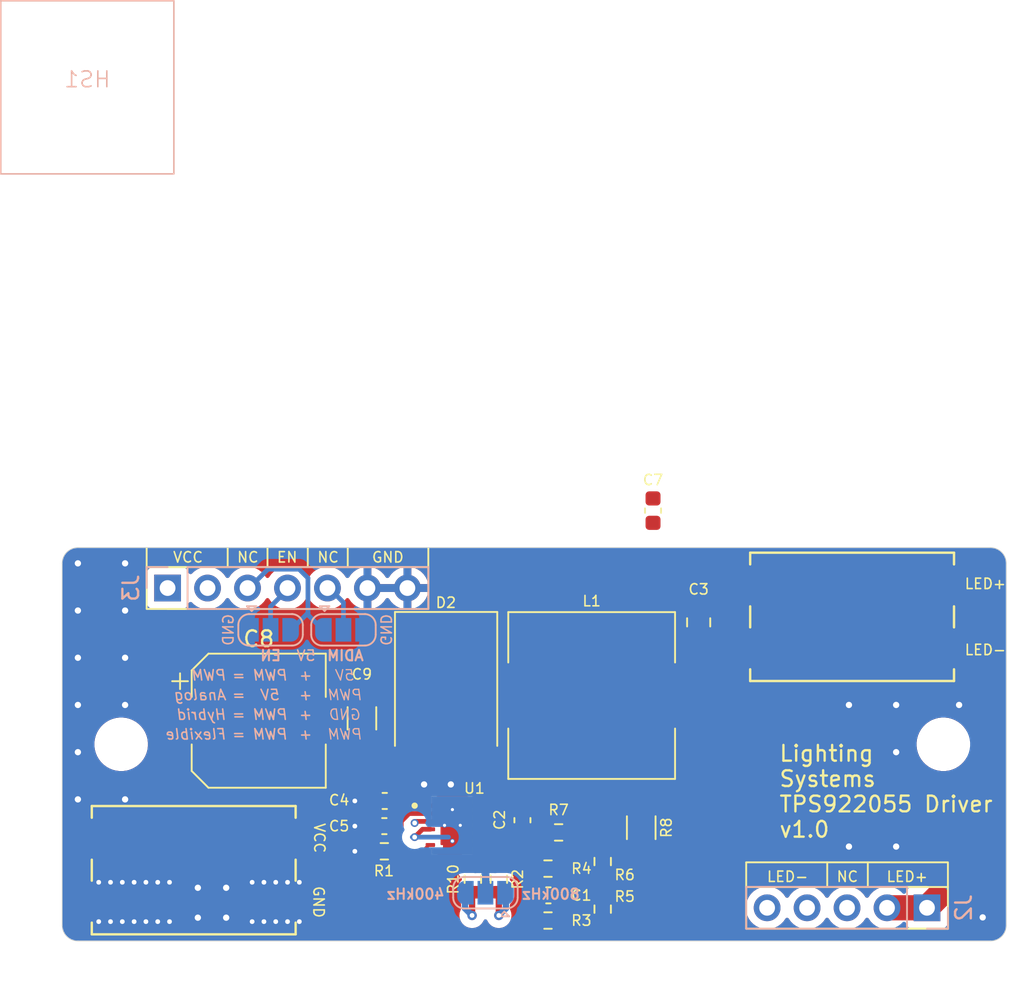
<source format=kicad_pcb>
(kicad_pcb (version 20240108) (generator "pcbnew") (generator_version "8.0")
  (layers (0 "F.Cu" signal) (31 "B.Cu" signal) (34 "B.Paste" user) (35 "F.Paste" user) (36 "B.SilkS" user "B.Silkscreen") (37 "F.SilkS" user "F.Silkscreen") (38 "B.Mask" user) (39 "F.Mask" user) (44 "Edge.Cuts" user))
  (net 0 "")
  (net 1 "LED-")
  (net 2 "LED+")
  (net 4 "ADIM")
  (net 5 "EN")
  (net 6 "5V")
  (net 7 "/COMP2")
  (net 8 "/CSP")
  (net 9 "/CSN")
  (net 10 "/SW")
  (net 11 "/TEMP")
  (net 12 "/FSET")
  (net 13 "/COMP")
  (net 14 "/UVP")
  (net 15 "/VCC")
  (net 16 "GND")
  (net 17 "Net-(JP5-A)")
  (net 18 "Net-(JP5-B)")
  (footprint "Diode_SMD:D_SMC" (layer "F.Cu") (at 152.4 88 -90)
    (property "Reference" "D2" (at -5.5 0.014089 180) (layer "F.SilkS") (effects (font (size 0.66 0.66) (thickness 0.1))))
    (property "Value" "D_Schottky")
    (fp_line (start -4.91 3.25) (end 3.599999 3.25) (stroke (width 0.12)) (layer "F.SilkS"))
    (fp_line (start -4.91 3.25) (end -4.91 -3.25) (stroke (width 0.12)) (layer "F.SilkS"))
    (fp_line (start -4.91 -3.25) (end 3.599999 -3.25) (stroke (width 0.12)) (layer "F.SilkS"))
    (pad "1" smd roundrect (at -3.4 0) (size 3.3 2.5) (layers "F.Cu" "F.Paste" "F.Mask") (roundrect_rratio 0.1) (net 2 "LED+"))
    (pad "2" smd roundrect (at 3.4 0) (size 3.3 2.5) (layers "F.Cu" "F.Paste" "F.Mask") (roundrect_rratio 0.1) (net 10 "/SW"))
  )
  (footprint "Capacitor_SMD:CP_Elec_8x10" (layer "F.Cu") (at 140.492501 89.999998)
    (property "Reference" "C8" (at 0 -5.2 360) (layer "F.SilkS"))
    (property "Value" "47uF")
    (fp_line (start -5.5 -2.51) (end -4.5 -2.510001) (stroke (width 0.12)) (layer "F.SilkS"))
    (fp_line (start -4.999999 -3.01) (end -5 -2.010001) (stroke (width 0.12)) (layer "F.SilkS"))
    (fp_line (start -4.26 -3.195563) (end -4.26 -1.51) (stroke (width 0.12)) (layer "F.SilkS"))
    (fp_line (start -4.26 -3.195563) (end -3.195563 -4.26) (stroke (width 0.12)) (layer "F.SilkS"))
    (fp_line (start -4.26 3.195563) (end -4.26 1.51) (stroke (width 0.12)) (layer "F.SilkS"))
    (fp_line (start -4.26 3.195563) (end -3.195563 4.26) (stroke (width 0.12)) (layer "F.SilkS"))
    (fp_line (start -3.195563 -4.26) (end 4.26 -4.26) (stroke (width 0.12)) (layer "F.SilkS"))
    (fp_line (start -3.195563 4.26) (end 4.26 4.26) (stroke (width 0.12)) (layer "F.SilkS"))
    (fp_line (start 4.26 -4.26) (end 4.26 -1.51) (stroke (width 0.12)) (layer "F.SilkS"))
    (fp_line (start 4.26 4.26) (end 4.26 1.51) (stroke (width 0.12)) (layer "F.SilkS"))
    (pad "1" smd roundrect (at -3.25 0) (size 3.5 2.5) (layers "F.Cu" "F.Paste" "F.Mask") (roundrect_rratio 0.1) (net 2 "LED+"))
    (pad "2" smd roundrect (at 3.25 0) (size 3.5 2.5) (layers "F.Cu" "F.Paste" "F.Mask") (roundrect_rratio 0.1) (net 16 "GND"))
  )
  (footprint "Resistor_SMD:R_0603_1608Metric" (layer "F.Cu") (at 154.1 100.075 -90)
    (property "Reference" "R10" (at 0 1.25 90) (layer "F.SilkS") (effects (font (size 0.66 0.66) (thickness 0.1))))
    (property "Value" "56k")
    (fp_line (start -0.237258 0.5225) (end 0.237258 0.5225) (stroke (width 0.12)) (layer "F.SilkS"))
    (fp_line (start -0.237258 -0.5225) (end 0.237258 -0.5225) (stroke (width 0.12)) (layer "F.SilkS"))
    (pad "1" smd roundrect (at -0.825 0 270) (size 0.8 0.95) (layers "F.Cu" "F.Paste" "F.Mask") (net 12 "/FSET"))
    (pad "2" smd roundrect (at 0.825 0 270) (size 0.8 0.95) (layers "F.Cu" "F.Paste" "F.Mask") (net 18 "Net-(JP5-B)"))
  )
  (footprint "Capacitor_SMD:C_0603_1608Metric" (layer "F.Cu") (at 148.475 96.7)
    (property "Reference" "C5" (at -2.875 0 0) (layer "F.SilkS") (effects (font (size 0.66 0.66) (thickness 0.1))))
    (property "Value" "1uF")
    (fp_line (start -0.140581 -0.51) (end 0.140581 -0.51) (stroke (width 0.12)) (layer "F.SilkS"))
    (fp_line (start -0.140581 0.51) (end 0.140581 0.51) (stroke (width 0.12)) (layer "F.SilkS"))
    (pad "1" smd roundrect (at -0.775 0) (size 0.9 0.95) (layers "F.Cu" "F.Paste" "F.Mask") (net 16 "GND"))
    (pad "2" smd roundrect (at 0.775 0) (size 0.9 0.95) (layers "F.Cu" "F.Paste" "F.Mask") (net 15 "/VCC"))
  )
  (footprint "Resistor_SMD:R_0603_1608Metric" (layer "F.Cu") (at 158.875 99.4)
    (property "Reference" "R4" (at 2.125 0 0) (layer "F.SilkS") (effects (font (size 0.66 0.66) (thickness 0.1))))
    (property "Value" "100R")
    (fp_line (start -0.237258 -0.5225) (end 0.237258 -0.5225) (stroke (width 0.12)) (layer "F.SilkS"))
    (fp_line (start -0.237258 0.5225) (end 0.237258 0.5225) (stroke (width 0.12)) (layer "F.SilkS"))
    (pad "1" smd roundrect (at -0.825 0) (size 0.8 0.95) (layers "F.Cu" "F.Paste" "F.Mask") (net 13 "/COMP"))
    (pad "2" smd roundrect (at 0.825 0) (size 0.8 0.95) (layers "F.Cu" "F.Paste" "F.Mask") (net 7 "/COMP2"))
  )
  (footprint "MHCI:2060-452-998-404 Wago" (layer "F.Cu") (at 178.2 83.4 90)
    (property "Reference" "J1" (hide yes))
    (property "Value" "Conn_01x02")
    (fp_line (start 4.077 -6.477) (end 3.332741 -6.477) (stroke (width 0.1524)) (layer "F.SilkS"))
    (fp_line (start 0.667261 -6.477) (end -0.667261 -6.477) (stroke (width 0.1524)) (layer "F.SilkS"))
    (fp_line (start -3.332741 -6.477) (end -4.077 -6.477) (stroke (width 0.1524)) (layer "F.SilkS"))
    (fp_line (start -4.077 -6.477) (end -4.077 6.477) (stroke (width 0.1524)) (layer "F.SilkS"))
    (fp_line (start 4.077 6.477) (end 4.077 -6.477) (stroke (width 0.1524)) (layer "F.SilkS"))
    (fp_line (start 3.332741 6.477) (end 4.077 6.477) (stroke (width 0.1524)) (layer "F.SilkS"))
    (fp_line (start -0.667261 6.477) (end 0.667261 6.477) (stroke (width 0.1524)) (layer "F.SilkS"))
    (fp_line (start -4.077 6.477) (end -3.332741 6.477) (stroke (width 0.1524)) (layer "F.SilkS"))
    (pad "1" smd rect (at -2.000001 -5.405001 90) (size 2 3.500001) (layers "F.Cu" "F.Paste" "F.Mask") (net 1 "LED-"))
    (pad "1" smd rect (at -2.000001 3.844999 90) (size 2 6) (layers "F.Cu" "F.Paste" "F.Mask") (net 1 "LED-"))
    (pad "2" smd rect (at 2.000001 -5.405001 90) (size 2 3.500001) (layers "F.Cu" "F.Paste" "F.Mask") (net 2 "LED+"))
    (pad "2" smd rect (at 2.000001 3.844999 90) (size 2 6) (layers "F.Cu" "F.Paste" "F.Mask") (net 2 "LED+"))
  )
  (footprint "Resistor_SMD:R_0603_1608Metric" (layer "F.Cu") (at 158.875 102.7 180)
    (property "Reference" "R3" (at -2.125 0 180) (layer "F.SilkS") (effects (font (size 0.66 0.66) (thickness 0.1))))
    (property "Value" "1M0")
    (fp_line (start -0.237258 0.5225) (end 0.237258 0.5225) (stroke (width 0.12)) (layer "F.SilkS"))
    (fp_line (start -0.237258 -0.5225) (end 0.237258 -0.5225) (stroke (width 0.12)) (layer "F.SilkS"))
    (pad "1" smd roundrect (at -0.825 0 180) (size 0.8 0.95) (layers "F.Cu" "F.Paste" "F.Mask") (net 7 "/COMP2"))
    (pad "2" smd roundrect (at 0.825 0 180) (size 0.8 0.95) (layers "F.Cu" "F.Paste" "F.Mask") (net 16 "GND"))
  )
  (footprint "MHCI:SON50P300X300X100-13N" (layer "F.Cu") (at 152.8 96.65)
    (property "Reference" "U1" (at 1.4 -2.35 0) (layer "F.SilkS") (effects (font (size 0.66 0.66) (thickness 0.1))))
    (property "Value" "TPS922052DRRR")
    (fp_circle (center -2.4 -1.25) (end -2.3 -1.25) (stroke (width 0.2)) (fill none) (layer "F.SilkS"))
    (pad "1" smd roundrect (at -1.4 -1.25) (size 0.6 0.25) (layers "F.Cu" "F.Paste") (roundrect_rratio 0.2) (net 2 "LED+"))
    (pad "2" smd roundrect (at -1.4 -0.75) (size 0.6 0.25) (layers "F.Cu" "F.Paste") (roundrect_rratio 0.2) (net 15 "/VCC"))
    (pad "3" smd roundrect (at -1.4 -0.25) (size 0.6 0.25) (layers "F.Cu" "F.Paste") (roundrect_rratio 0.2) (net 4 "ADIM"))
    (pad "4" smd roundrect (at -1.4 0.25) (size 0.6 0.25) (layers "F.Cu" "F.Paste") (roundrect_rratio 0.2) (net 5 "EN"))
    (pad "5" smd roundrect (at -1.4 0.75) (size 0.6 0.25) (layers "F.Cu" "F.Paste") (roundrect_rratio 0.2) (net 16 "GND"))
    (pad "6" smd roundrect (at -1.4 1.25) (size 0.6 0.25) (layers "F.Cu" "F.Paste") (roundrect_rratio 0.2) (net 11 "/TEMP"))
    (pad "7" smd roundrect (at 1.4 1.25) (size 0.6 0.25) (layers "F.Cu" "F.Paste") (roundrect_rratio 0.2) (net 12 "/FSET"))
    (pad "8" smd roundrect (at 1.4 0.75) (size 0.6 0.25) (layers "F.Cu" "F.Paste") (roundrect_rratio 0.2) (net 13 "/COMP"))
    (pad "9" smd roundrect (at 1.4 0.25) (size 0.6 0.25) (layers "F.Cu" "F.Paste") (roundrect_rratio 0.2) (net 14 "/UVP"))
    (pad "10" smd roundrect (at 1.4 -0.25) (size 0.6 0.25) (layers "F.Cu" "F.Paste") (roundrect_rratio 0.2) (net 8 "/CSP"))
    (pad "11" smd roundrect (at 1.4 -0.75) (size 0.6 0.25) (layers "F.Cu" "F.Paste") (roundrect_rratio 0.2) (net 9 "/CSN"))
    (pad "12" smd roundrect (at 1.4 -1.25) (size 0.6 0.25) (layers "F.Cu" "F.Paste") (roundrect_rratio 0.2) (net 10 "/SW"))
    (pad "13" smd custom (at 0 0) (size 0.5 0.5) (layers "F.Cu") (net 16 "GND") (options (clearance outline) (anchor rect)) (primitives (gr_poly (pts (xy -0.7 1.25) (xy 0.7 1.25) (xy 0.703 1.25) (xy 0.705 1.25) (xy 0.708 1.249) (xy 0.71 1.249) (xy 0.713 1.248) (xy 0.715 1.248) (xy 0.718 1.247) (xy 0.72 1.246) (xy 0.723 1.245) (xy 0.725 1.243) (xy 0.727 1.242) (xy 0.729 1.24) (xy 0.731 1.239) (xy 0.733 1.237) (xy 0.735 1.235) (xy 0.737 1.233) (xy 0.739 1.231) (xy 0.74 1.229) (xy 0.742 1.227) (xy 0.743 1.225) (xy 0.745 1.223) (xy 0.746 1.22) (xy 0.747 1.218) (xy 0.748 1.215) (xy 0.748 1.213) (xy 0.749 1.21) (xy 0.749 1.208) (xy 0.75 1.205) (xy 0.75 1.203) (xy 0.75 1.2) (xy 0.75 -1.2) (xy 0.75 -1.203) (xy 0.75 -1.205) (xy 0.749 -1.208) (xy 0.749 -1.21) (xy 0.748 -1.213) (xy 0.748 -1.215) (xy 0.747 -1.218) (xy 0.746 -1.22) (xy 0.745 -1.223) (xy 0.743 -1.225) (xy 0.742 -1.227) (xy 0.74 -1.229) (xy 0.739 -1.231) (xy 0.737 -1.233) (xy 0.735 -1.235) (xy 0.733 -1.237) (xy 0.731 -1.239) (xy 0.729 -1.24) (xy 0.727 -1.242) (xy 0.725 -1.243) (xy 0.723 -1.245) (xy 0.72 -1.246) (xy 0.718 -1.247) (xy 0.715 -1.248) (xy 0.713 -1.248) (xy 0.71 -1.249) (xy 0.708 -1.249) (xy 0.705 -1.25) (xy 0.703 -1.25) (xy 0.7 -1.25) (xy -0.7 -1.25) (xy -0.703 -1.25) (xy -0.705 -1.25) (xy -0.708 -1.249) (xy -0.71 -1.249) (xy -0.713 -1.248) (xy -0.715 -1.248) (xy -0.718 -1.247) (xy -0.72 -1.246) (xy -0.723 -1.245) (xy -0.725 -1.243) (xy -0.727 -1.242) (xy -0.729 -1.24) (xy -0.731 -1.239) (xy -0.733 -1.237) (xy -0.735 -1.235) (xy -0.737 -1.233) (xy -0.739 -1.231) (xy -0.74 -1.229) (xy -0.742 -1.227) (xy -0.743 -1.225) (xy -0.745 -1.223) (xy -0.746 -1.22) (xy -0.747 -1.218) (xy -0.748 -1.215) (xy -0.748 -1.213) (xy -0.749 -1.21) (xy -0.749 -1.208) (xy -0.75 -1.205) (xy -0.75 -1.203) (xy -0.75 -1.2) (xy -0.75 1.2) (xy -0.75 1.203) (xy -0.75 1.205) (xy -0.749 1.208) (xy -0.749 1.21) (xy -0.748 1.213) (xy -0.748 1.215) (xy -0.747 1.218) (xy -0.746 1.22) (xy -0.745 1.223) (xy -0.743 1.225) (xy -0.742 1.227) (xy -0.74 1.229) (xy -0.739 1.231) (xy -0.737 1.233) (xy -0.735 1.235) (xy -0.733 1.237) (xy -0.731 1.239) (xy -0.729 1.24) (xy -0.727 1.242) (xy -0.725 1.243) (xy -0.723 1.245) (xy -0.72 1.246) (xy -0.718 1.247) (xy -0.715 1.248) (xy -0.713 1.248) (xy -0.71 1.249) (xy -0.708 1.249) (xy -0.705 1.25) (xy -0.703 1.25) (xy -0.7 1.25)) (width 0.01) (fill yes))))
    (pad "14" thru_hole circle (at 0 -1) (size 0.3 0.3) (drill 0.2) (layers "*.Cu") (net 16 "GND"))
    (pad "15" thru_hole circle (at 0.5 0) (size 0.3 0.3) (drill 0.2) (layers "*.Cu") (net 16 "GND"))
    (pad "16" thru_hole circle (at 0 1) (size 0.3 0.3) (drill 0.2) (layers "*.Cu") (net 16 "GND"))
    (pad "17" thru_hole circle (at -0.5 0) (size 0.3 0.3) (drill 0.2) (layers "*.Cu") (net 16 "GND"))
  )
  (footprint "Resistor_SMD:R_0603_1608Metric" (layer "F.Cu") (at 148.475 98.3 180)
    (property "Reference" "R1" (at 0.025 -1.25 180) (layer "F.SilkS") (effects (font (size 0.66 0.66) (thickness 0.1))))
    (property "Value" "56k")
    (fp_line (start -0.237258 0.5225) (end 0.237258 0.5225) (stroke (width 0.12)) (layer "F.SilkS"))
    (fp_line (start -0.237258 -0.5225) (end 0.237258 -0.5225) (stroke (width 0.12)) (layer "F.SilkS"))
    (pad "1" smd roundrect (at -0.825 0 180) (size 0.8 0.95) (layers "F.Cu" "F.Paste" "F.Mask") (net 11 "/TEMP"))
    (pad "2" smd roundrect (at 0.825 0 180) (size 0.8 0.95) (layers "F.Cu" "F.Paste" "F.Mask") (net 16 "GND"))
  )
  (footprint "Resistor_SMD:R_0603_1608Metric" (layer "F.Cu") (at 162.35 98.95 -90)
    (property "Reference" "R6" (at 0.85 -1.4 180) (layer "F.SilkS") (effects (font (size 0.66 0.66) (thickness 0.1))))
    (property "Value" "1M0")
    (fp_line (start -0.237258 0.5225) (end 0.237258 0.5225) (stroke (width 0.12)) (layer "F.SilkS"))
    (fp_line (start -0.237258 -0.5225) (end 0.237258 -0.5225) (stroke (width 0.12)) (layer "F.SilkS"))
    (pad "1" smd roundrect (at -0.825 0 270) (size 0.8 0.95) (layers "F.Cu" "F.Paste" "F.Mask") (net 1 "LED-"))
    (pad "2" smd roundrect (at 0.825 0 270) (size 0.8 0.95) (layers "F.Cu" "F.Paste" "F.Mask") (net 14 "/UVP"))
  )
  (footprint "Resistor_SMD:R_0603_1608Metric" (layer "F.Cu") (at 159.55 97.1)
    (property "Reference" "R7" (at 0 -1.43 0) (layer "F.SilkS") (effects (font (size 0.66 0.66) (thickness 0.1))))
    (property "Value" "100R")
    (fp_line (start -0.237258 -0.5225) (end 0.237258 -0.5225) (stroke (width 0.12)) (layer "F.SilkS"))
    (fp_line (start -0.237258 0.5225) (end 0.237258 0.5225) (stroke (width 0.12)) (layer "F.SilkS"))
    (pad "1" smd roundrect (at -0.825 0) (size 0.8 0.95) (layers "F.Cu" "F.Paste" "F.Mask") (net 8 "/CSP"))
    (pad "2" smd roundrect (at 0.825 0) (size 0.8 0.95) (layers "F.Cu" "F.Paste" "F.Mask") (net 1 "LED-"))
  )
  (footprint "MountingHole:MountingHole_3.2mm_M3" (layer "F.Cu") (at 131.75 91.5)
    (property "Reference" "H1" (hide yes))
    (property "Value" "MountingHole")
    (pad "" np_thru_hole circle (at 0 0) (size 3.2 3.2) (drill 3.2) (layers "*.Cu" "*.Mask"))
  )
  (footprint "Capacitor_SMD:C_0603_1608Metric" (layer "F.Cu") (at 157.25 96.325 -90)
    (property "Reference" "C2" (at -0.025001 1.45 270) (layer "F.SilkS") (effects (font (size 0.66 0.66) (thickness 0.1))))
    (property "Value" "1nF")
    (fp_line (start -0.140581 0.51) (end 0.140581 0.51) (stroke (width 0.12)) (layer "F.SilkS"))
    (fp_line (start -0.140581 -0.51) (end 0.140581 -0.51) (stroke (width 0.12)) (layer "F.SilkS"))
    (pad "1" smd roundrect (at -0.775 0 270) (size 0.9 0.95) (layers "F.Cu" "F.Paste" "F.Mask") (net 9 "/CSN"))
    (pad "2" smd roundrect (at 0.775 0 270) (size 0.9 0.95) (layers "F.Cu" "F.Paste" "F.Mask") (net 8 "/CSP"))
  )
  (footprint "Capacitor_SMD:C_0805_2012Metric" (layer "F.Cu") (at 168.45 83.75 -90)
    (property "Reference" "C3" (at -2.1 0 180) (layer "F.SilkS") (effects (font (size 0.66 0.66) (thickness 0.1))))
    (property "Value" "1uF")
    (fp_line (start -0.261253 0.735) (end 0.261253 0.735) (stroke (width 0.12)) (layer "F.SilkS"))
    (fp_line (start -0.261253 -0.735) (end 0.261253 -0.735) (stroke (width 0.12)) (layer "F.SilkS"))
    (pad "1" smd roundrect (at -0.949999 0 270) (size 1 1.45) (layers "F.Cu" "F.Paste" "F.Mask") (net 2 "LED+"))
    (pad "2" smd roundrect (at 0.949999 0 270) (size 1 1.45) (layers "F.Cu" "F.Paste" "F.Mask") (net 1 "LED-"))
  )
  (footprint "Inductor_SMD:L_10.4x10.4_H4.8" (layer "F.Cu") (at 161.65 88.4)
    (property "Reference" "L1" (at 0 -6 0) (layer "F.SilkS") (effects (font (size 0.66 0.66) (thickness 0.1))))
    (property "Value" "22uH")
    (fp_line (start -5.3 -5.3) (end 5.3 -5.3) (stroke (width 0.12)) (layer "F.SilkS"))
    (fp_line (start -5.3 -2.1) (end -5.3 -5.3) (stroke (width 0.12)) (layer "F.SilkS"))
    (fp_line (start -5.3 5.3) (end -5.3 2.1) (stroke (width 0.12)) (layer "F.SilkS"))
    (fp_line (start 5.3 -5.3) (end 5.3 -2.1) (stroke (width 0.12)) (layer "F.SilkS"))
    (fp_line (start 5.3 2.1) (end 5.3 5.3) (stroke (width 0.12)) (layer "F.SilkS"))
    (fp_line (start 5.3 5.3) (end -5.3 5.3) (stroke (width 0.12)) (layer "F.SilkS"))
    (pad "1" smd rect (at -4.15 0) (size 2.7 3.6) (layers "F.Cu" "F.Paste" "F.Mask") (net 10 "/SW"))
    (pad "2" smd rect (at 4.15 0) (size 2.7 3.6) (layers "F.Cu" "F.Paste" "F.Mask") (net 9 "/CSN"))
  )
  (footprint "MHCI:2060-452-998-404 Wago" (layer "F.Cu") (at 136.361 99.499999 -90)
    (property "Reference" "J4" (hide yes))
    (property "Value" "Conn_01x02")
    (fp_line (start -4.077 6.477) (end -3.332741 6.477) (stroke (width 0.1524)) (layer "F.SilkS"))
    (fp_line (start -0.667261 6.477) (end 0.667261 6.477) (stroke (width 0.1524)) (layer "F.SilkS"))
    (fp_line (start 3.332741 6.477) (end 4.077 6.477) (stroke (width 0.1524)) (layer "F.SilkS"))
    (fp_line (start 4.077 6.477) (end 4.077 -6.477) (stroke (width 0.1524)) (layer "F.SilkS"))
    (fp_line (start -4.077 -6.477) (end -4.077 6.477) (stroke (width 0.1524)) (layer "F.SilkS"))
    (fp_line (start -3.332741 -6.477) (end -4.077 -6.477) (stroke (width 0.1524)) (layer "F.SilkS"))
    (fp_line (start 0.667261 -6.477) (end -0.667261 -6.477) (stroke (width 0.1524)) (layer "F.SilkS"))
    (fp_line (start 4.077 -6.477) (end 3.332741 -6.477) (stroke (width 0.1524)) (layer "F.SilkS"))
    (pad "1" smd rect (at -2.000001 -5.405001 270) (size 2 3.500001) (layers "F.Cu" "F.Paste" "F.Mask") (net 2 "LED+"))
    (pad "1" smd rect (at -2.000001 3.844999 270) (size 2 6) (layers "F.Cu" "F.Paste" "F.Mask") (net 2 "LED+"))
    (pad "2" smd rect (at 2.000001 -5.405001 270) (size 2 3.500001) (layers "F.Cu" "F.Paste" "F.Mask") (net 16 "GND"))
    (pad "2" smd rect (at 2.000001 3.844999 270) (size 2 6) (layers "F.Cu" "F.Paste" "F.Mask") (net 16 "GND"))
  )
  (footprint "Capacitor_SMD:C_0603_1608Metric" (layer "F.Cu") (at 148.5 95.1 180)
    (property "Reference" "C4" (at 2.9 0.05 180) (layer "F.SilkS") (effects (font (size 0.66 0.66) (thickness 0.1))))
    (property "Value" "100nF")
    (fp_line (start -0.140581 0.51) (end 0.140581 0.51) (stroke (width 0.12)) (layer "F.SilkS"))
    (fp_line (start -0.140581 -0.51) (end 0.140581 -0.51) (stroke (width 0.12)) (layer "F.SilkS"))
    (pad "1" smd roundrect (at -0.775 0 180) (size 0.9 0.95) (layers "F.Cu" "F.Paste" "F.Mask") (net 2 "LED+"))
    (pad "2" smd roundrect (at 0.775 0 180) (size 0.9 0.95) (layers "F.Cu" "F.Paste" "F.Mask") (net 16 "GND"))
  )
  (footprint "Resistor_SMD:R_0603_1608Metric" (layer "F.Cu") (at 162.35 101.975 -90)
    (property "Reference" "R5" (at -0.800001 -1.4 180) (layer "F.SilkS") (effects (font (size 0.66 0.66) (thickness 0.1))))
    (property "Value" "1M0")
    (fp_line (start -0.237258 0.5225) (end 0.237258 0.5225) (stroke (width 0.12)) (layer "F.SilkS"))
    (fp_line (start -0.237258 -0.5225) (end 0.237258 -0.5225) (stroke (width 0.12)) (layer "F.SilkS"))
    (pad "1" smd roundrect (at -0.825 0 270) (size 0.8 0.95) (layers "F.Cu" "F.Paste" "F.Mask") (net 14 "/UVP"))
    (pad "2" smd roundrect (at 0.825 0 270) (size 0.8 0.95) (layers "F.Cu" "F.Paste" "F.Mask") (net 16 "GND"))
  )
  (footprint "Capacitor_SMD:C_0603_1608Metric" (layer "F.Cu") (at 158.9 101.1 180)
    (property "Reference" "C1" (at -2.1 0 180) (layer "F.SilkS") (effects (font (size 0.66 0.66) (thickness 0.1))))
    (property "Value" "1nF")
    (fp_line (start -0.140581 0.51) (end 0.140581 0.51) (stroke (width 0.12)) (layer "F.SilkS"))
    (fp_line (start -0.140581 -0.51) (end 0.140581 -0.51) (stroke (width 0.12)) (layer "F.SilkS"))
    (pad "1" smd roundrect (at -0.775 0 180) (size 0.9 0.95) (layers "F.Cu" "F.Paste" "F.Mask") (net 7 "/COMP2"))
    (pad "2" smd roundrect (at 0.775 0 180) (size 0.9 0.95) (layers "F.Cu" "F.Paste" "F.Mask") (net 16 "GND"))
  )
  (footprint "Capacitor_SMD:C_1206_3216Metric" (layer "F.Cu") (at 147.05 89.85 -90)
    (property "Reference" "C9" (at -2.800001 -0.000001 180) (layer "F.SilkS") (effects (font (size 0.66 0.66) (thickness 0.1))))
    (property "Value" "4.7uF")
    (fp_line (start -0.711252 0.91) (end 0.711252 0.91) (stroke (width 0.12)) (layer "F.SilkS"))
    (fp_line (start -0.711252 -0.91) (end 0.711252 -0.91) (stroke (width 0.12)) (layer "F.SilkS"))
    (pad "1" smd roundrect (at -1.475001 0 270) (size 1.15 1.8) (layers "F.Cu" "F.Paste" "F.Mask") (roundrect_rratio 0.217391) (net 2 "LED+"))
    (pad "2" smd roundrect (at 1.475001 0 270) (size 1.15 1.8) (layers "F.Cu" "F.Paste" "F.Mask") (roundrect_rratio 0.217391) (net 16 "GND"))
  )
  (footprint "Resistor_SMD:R_0603_1608Metric" (layer "F.Cu") (at 155.75 100.075 -90)
    (property "Reference" "R2" (at 0 -1.2 90) (layer "F.SilkS") (effects (font (size 0.66 0.66) (thickness 0.1))))
    (property "Value" "27k")
    (fp_line (start -0.237258 0.5225) (end 0.237258 0.5225) (stroke (width 0.12)) (layer "F.SilkS"))
    (fp_line (start -0.237258 -0.5225) (end 0.237258 -0.5225) (stroke (width 0.12)) (layer "F.SilkS"))
    (pad "1" smd roundrect (at -0.825 0 270) (size 0.8 0.95) (layers "F.Cu" "F.Paste" "F.Mask") (net 12 "/FSET"))
    (pad "2" smd roundrect (at 0.825 0 270) (size 0.8 0.95) (layers "F.Cu" "F.Paste" "F.Mask") (net 17 "Net-(JP5-A)"))
  )
  (footprint "MountingHole:MountingHole_3.2mm_M3" (layer "F.Cu") (at 184 91.5)
    (property "Reference" "H2" (hide yes))
    (property "Value" "MountingHole")
    (pad "" np_thru_hole circle (at 0 0) (size 3.2 3.2) (drill 3.2) (layers "*.Cu" "*.Mask"))
  )
  (footprint "Resistor_SMD:R_1206_3216Metric" (layer "F.Cu") (at 164.8 96.8 -90)
    (property "Reference" "R8" (at 0 -1.6 90) (layer "F.SilkS") (effects (font (size 0.66 0.66) (thickness 0.1))))
    (property "Value" "0.15R")
    (fp_line (start -0.727064 0.91) (end 0.727064 0.91) (stroke (width 0.12)) (layer "F.SilkS"))
    (fp_line (start -0.727064 -0.91) (end 0.727064 -0.91) (stroke (width 0.12)) (layer "F.SilkS"))
    (pad "1" smd roundrect (at -1.4625 0 270) (size 1.125 1.75) (layers "F.Cu" "F.Paste" "F.Mask") (roundrect_rratio 0.2222222222) (net 9 "/CSN"))
    (pad "2" smd roundrect (at 1.4625 0 270) (size 1.125 1.75) (layers "F.Cu" "F.Paste" "F.Mask") (roundrect_rratio 0.2222222222) (net 1 "LED-"))
  )
  (footprint "Capacitor_SMD:C_0603_1608Metric" (layer "F.Cu") (at 165.55 76.65 -90)
    (property "Reference" "C7" (at -1.95 0 0) (layer "F.SilkS") (effects (font (size 0.66 0.66) (thickness 0.1))))
    (property "Value" "100nF")
    (fp_line (start -0.140581 0.51) (end 0.140581 0.51) (stroke (width 0.12)) (layer "F.SilkS"))
    (fp_line (start -0.140581 -0.51) (end 0.140581 -0.51) (stroke (width 0.12)) (layer "F.SilkS"))
    (pad "1" smd roundrect (at -0.775 0 270) (size 0.9 0.95) (layers "F.Cu" "F.Paste" "F.Mask") (net 2 "LED+"))
    (pad "2" smd roundrect (at 0.775 0 270) (size 0.9 0.95) (layers "F.Cu" "F.Paste" "F.Mask") (net 1 "LED-"))
  )
  (footprint "Connector_PinHeader_2.54mm:PinHeader_1x07_P2.54mm_Vertical" (layer "B.Cu") (at 134.7 81.57 -90)
    (property "Reference" "J3" (at 0 2.33 90) (layer "B.SilkS") (effects (justify mirror)))
    (property "Value" "Conn_01x07")
    (fp_line (start -1.33 1.33) (end -1.33 0) (stroke (width 0.12)) (layer "B.SilkS"))
    (fp_line (start 0 1.33) (end -1.33 1.33) (stroke (width 0.12)) (layer "B.SilkS"))
    (fp_line (start 1.33 -1.270001) (end -1.33 -1.270001) (stroke (width 0.12)) (layer "B.SilkS"))
    (fp_line (start -1.33 -16.569999) (end -1.33 -1.270001) (stroke (width 0.12)) (layer "B.SilkS"))
    (fp_line (start 1.33 -16.569999) (end 1.33 -1.270001) (stroke (width 0.12)) (layer "B.SilkS"))
    (fp_line (start 1.33 -16.569999) (end -1.33 -16.569999) (stroke (width 0.12)) (layer "B.SilkS"))
    (pad "1" thru_hole rect (at 0 0 270) (size 1.7 1.7) (drill 1) (layers "*.Cu" "*.Mask") (net 2 "LED+"))
    (pad "2" thru_hole oval (at 0 -2.54 270) (size 1.7 1.7) (drill 1) (layers "*.Cu" "*.Mask") (net 2 "LED+"))
    (pad "3" thru_hole oval (at 0 -5.079999 270) (size 1.7 1.7) (drill 1) (layers "*.Cu" "*.Mask") (net 6 "5V"))
    (pad "4" thru_hole oval (at 0 -7.62 270) (size 1.7 1.7) (drill 1) (layers "*.Cu" "*.Mask") (net 5 "EN"))
    (pad "5" thru_hole oval (at 0 -10.16 270) (size 1.7 1.7) (drill 1) (layers "*.Cu" "*.Mask") (net 4 "ADIM"))
    (pad "6" thru_hole oval (at 0 -12.7 270) (size 1.7 1.7) (drill 1) (layers "*.Cu" "*.Mask") (net 16 "GND"))
    (pad "7" thru_hole oval (at 0 -15.24 270) (size 1.7 1.7) (drill 1) (layers "*.Cu" "*.Mask") (net 16 "GND"))
  )
  (footprint "Jumper:SolderJumper-3_P1.3mm_Open_RoundedPad1.0x1.5mm" (layer "B.Cu") (at 154.9 100.9325 180)
    (property "Reference" "JP5" (hide yes))
    (property "Value" "Jumper_3_Open")
    (fp_line (start 2.05 -0.3) (end 2.05 0.3) (stroke (width 0.12)) (layer "B.SilkS"))
    (fp_line (start 1.4 1) (end -1.4 1) (stroke (width 0.12)) (layer "B.SilkS"))
    (fp_line (start -0.9 -1.5) (end -1.2 -1.2) (stroke (width 0.12)) (layer "B.SilkS"))
    (fp_line (start -0.9 -1.5) (end -1.5 -1.5) (stroke (width 0.12)) (layer "B.SilkS"))
    (fp_line (start -1.4 -1) (end 1.4 -1) (stroke (width 0.12)) (layer "B.SilkS"))
    (fp_line (start -1.5 -1.5) (end -1.2 -1.2) (stroke (width 0.12)) (layer "B.SilkS"))
    (fp_line (start -2.05 0.3) (end -2.05 -0.3) (stroke (width 0.12)) (layer "B.SilkS"))
    (fp_arc (start 2.05 0.3) (mid 1.844975 0.794975) (end 1.35 1) (stroke (width 0.12)) (layer "B.SilkS"))
    (fp_arc (start 1.35 -1) (mid 1.844975 -0.794975) (end 2.05 -0.3) (stroke (width 0.12)) (layer "B.SilkS"))
    (fp_arc (start -1.35 1) (mid -1.844975 0.794975) (end -2.05 0.3) (stroke (width 0.12)) (layer "B.SilkS"))
    (fp_arc (start -2.05 -0.3) (mid -1.844975 -0.794975) (end -1.35 -1) (stroke (width 0.12)) (layer "B.SilkS"))
    (pad "1" smd custom (at -1.3 0 180) (size 1 0.5) (layers "B.Cu" "B.Mask") (net 17 "Net-(JP5-A)") (options (clearance outline) (anchor rect)) (primitives (gr_circle (center 0 -0.25) (end 0.5 -0.25) (width 0) (fill yes)) (gr_circle (center 0 0.25) (end 0.5 0.25) (width 0) (fill yes)) (gr_poly (pts (xy 0.55 -0.75) (xy 0 -0.75) (xy 0 0.75) (xy 0.55 0.75)) (width 0) (fill yes))))
    (pad "2" smd rect (at 0 0 180) (size 1 1.5) (layers "B.Cu" "B.Mask") (net 16 "GND"))
    (pad "3" smd custom (at 1.3 0 180) (size 1 0.5) (layers "B.Cu" "B.Mask") (net 18 "Net-(JP5-B)") (options (clearance outline) (anchor rect)) (primitives (gr_circle (center 0 -0.25) (end 0.5 -0.25) (width 0) (fill yes)) (gr_circle (center 0 0.25) (end 0.5 0.25) (width 0) (fill yes)) (gr_poly (pts (xy 0 -0.75) (xy -0.55 -0.75) (xy -0.55 0.75) (xy 0 0.75)) (width 0) (fill yes))))
  )
  (footprint "Jumper:SolderJumper-3_P1.3mm_Open_RoundedPad1.0x1.5mm" (layer "B.Cu") (at 145.8768 84.2264)
    (property "Reference" "JP2" (hide yes))
    (property "Value" "Jumper_3_Open")
    (fp_line (start -2.05 0.3) (end -2.05 -0.3) (stroke (width 0.12)) (layer "B.SilkS"))
    (fp_line (start -1.5 -1.5) (end -1.2 -1.2) (stroke (width 0.12)) (layer "B.SilkS"))
    (fp_line (start -1.4 -1) (end 1.4 -1) (stroke (width 0.12)) (layer "B.SilkS"))
    (fp_line (start -0.9 -1.5) (end -1.5 -1.5) (stroke (width 0.12)) (layer "B.SilkS"))
    (fp_line (start -0.9 -1.5) (end -1.2 -1.2) (stroke (width 0.12)) (layer "B.SilkS"))
    (fp_line (start 1.4 1) (end -1.4 1) (stroke (width 0.12)) (layer "B.SilkS"))
    (fp_line (start 2.05 -0.3) (end 2.05 0.3) (stroke (width 0.12)) (layer "B.SilkS"))
    (fp_arc (start -2.05 -0.3) (mid -1.844975 -0.794975) (end -1.35 -1) (stroke (width 0.12)) (layer "B.SilkS"))
    (fp_arc (start -1.35 1) (mid -1.844975 0.794975) (end -2.05 0.3) (stroke (width 0.12)) (layer "B.SilkS"))
    (fp_arc (start 1.35 -1) (mid 1.844975 -0.794975) (end 2.05 -0.3) (stroke (width 0.12)) (layer "B.SilkS"))
    (fp_arc (start 2.05 0.3) (mid 1.844975 0.794975) (end 1.35 1) (stroke (width 0.12)) (layer "B.SilkS"))
    (pad "1" smd custom (at -1.3 0) (size 1 0.5) (layers "B.Cu" "B.Mask") (net 6 "5V") (options (clearance outline) (anchor rect)) (primitives (gr_circle (center 0 -0.25) (end 0.5 -0.25) (width 0) (fill yes)) (gr_circle (center 0 0.25) (end 0.5 0.25) (width 0) (fill yes)) (gr_poly (pts (xy 0.55 -0.75) (xy 0 -0.75) (xy 0 0.75) (xy 0.55 0.75)) (width 0) (fill yes))))
    (pad "2" smd rect (at 0 0) (size 1 1.5) (layers "B.Cu" "B.Mask") (net 4 "ADIM"))
    (pad "3" smd custom (at 1.3 0) (size 1 0.5) (layers "B.Cu" "B.Mask") (net 16 "GND") (options (clearance outline) (anchor rect)) (primitives (gr_circle (center 0 -0.25) (end 0.5 -0.25) (width 0) (fill yes)) (gr_circle (center 0 0.25) (end 0.5 0.25) (width 0) (fill yes)) (gr_poly (pts (xy 0 -0.75) (xy -0.55 -0.75) (xy -0.55 0.75) (xy 0 0.75)) (width 0) (fill yes))))
  )
  (footprint "Jumper:SolderJumper-3_P1.3mm_Open_RoundedPad1.0x1.5mm" (layer "B.Cu") (at 141.2448 84.2264)
    (property "Reference" "JP1" (hide yes))
    (property "Value" "Jumper_3_Open")
    (fp_line (start -2.05 0.3) (end -2.05 -0.3) (stroke (width 0.12)) (layer "B.SilkS"))
    (fp_line (start -1.5 -1.5) (end -1.2 -1.2) (stroke (width 0.12)) (layer "B.SilkS"))
    (fp_line (start -1.4 -1) (end 1.4 -1) (stroke (width 0.12)) (layer "B.SilkS"))
    (fp_line (start -0.9 -1.5) (end -1.5 -1.5) (stroke (width 0.12)) (layer "B.SilkS"))
    (fp_line (start -0.9 -1.5) (end -1.2 -1.2) (stroke (width 0.12)) (layer "B.SilkS"))
    (fp_line (start 1.4 1) (end -1.4 1) (stroke (width 0.12)) (layer "B.SilkS"))
    (fp_line (start 2.05 -0.3) (end 2.05 0.3) (stroke (width 0.12)) (layer "B.SilkS"))
    (fp_arc (start -2.05 -0.3) (mid -1.844975 -0.794975) (end -1.35 -1) (stroke (width 0.12)) (layer "B.SilkS"))
    (fp_arc (start -1.35 1) (mid -1.844975 0.794975) (end -2.05 0.3) (stroke (width 0.12)) (layer "B.SilkS"))
    (fp_arc (start 1.35 -1) (mid 1.844975 -0.794975) (end 2.05 -0.3) (stroke (width 0.12)) (layer "B.SilkS"))
    (fp_arc (start 2.05 0.3) (mid 1.844975 0.794975) (end 1.35 1) (stroke (width 0.12)) (layer "B.SilkS"))
    (pad "1" smd custom (at -1.3 0) (size 1 0.5) (layers "B.Cu" "B.Mask") (net 16 "GND") (options (clearance outline) (anchor rect)) (primitives (gr_circle (center 0 -0.25) (end 0.5 -0.25) (width 0) (fill yes)) (gr_circle (center 0 0.25) (end 0.5 0.25) (width 0) (fill yes)) (gr_poly (pts (xy 0.55 -0.75) (xy 0 -0.75) (xy 0 0.75) (xy 0.55 0.75)) (width 0) (fill yes))))
    (pad "2" smd rect (at 0 0) (size 1 1.5) (layers "B.Cu" "B.Mask") (net 5 "EN"))
    (pad "3" smd custom (at 1.3 0) (size 1 0.5) (layers "B.Cu" "B.Mask") (net 6 "5V") (options (clearance outline) (anchor rect)) (primitives (gr_circle (center 0 -0.25) (end 0.5 -0.25) (width 0) (fill yes)) (gr_circle (center 0 0.25) (end 0.5 0.25) (width 0) (fill yes)) (gr_poly (pts (xy 0 -0.75) (xy -0.55 -0.75) (xy -0.55 0.75) (xy 0 0.75)) (width 0) (fill yes))))
  )
  (footprint "Connector_PinHeader_2.54mm:PinHeader_1x05_P2.54mm_Vertical" (layer "B.Cu") (at 182.96 101.89 90)
    (property "Reference" "J2" (at 0 2.33 -90) (layer "B.SilkS") (effects (justify mirror)))
    (property "Value" "Conn_01x05")
    (fp_line (start 1.33 -11.49) (end -1.33 -11.49) (stroke (width 0.12)) (layer "B.SilkS"))
    (fp_line (start 1.33 -11.49) (end 1.33 -1.270001) (stroke (width 0.12)) (layer "B.SilkS"))
    (fp_line (start -1.33 -11.49) (end -1.33 -1.270001) (stroke (width 0.12)) (layer "B.SilkS"))
    (fp_line (start 1.33 -1.270001) (end -1.33 -1.270001) (stroke (width 0.12)) (layer "B.SilkS"))
    (fp_line (start 0 1.33) (end -1.33 1.33) (stroke (width 0.12)) (layer "B.SilkS"))
    (fp_line (start -1.33 1.33) (end -1.33 0) (stroke (width 0.12)) (layer "B.SilkS"))
    (pad "1" thru_hole rect (at 0 0 90) (size 1.7 1.7) (drill 1) (layers "*.Cu" "*.Mask") (net 2 "LED+"))
    (pad "2" thru_hole oval (at 0 -2.54 90) (size 1.7 1.7) (drill 1) (layers "*.Cu" "*.Mask") (net 2 "LED+"))
    (pad "3" thru_hole oval (at 0 -5.079999 90) (size 1.7 1.7) (drill 1) (layers "*.Cu" "*.Mask"))
    (pad "4" thru_hole oval (at 0 -7.62 90) (size 1.7 1.7) (drill 1) (layers "*.Cu" "*.Mask") (net 1 "LED-"))
    (pad "5" thru_hole oval (at 0 -10.16 90) (size 1.7 1.7) (drill 1) (layers "*.Cu" "*.Mask") (net 1 "LED-"))
  )
  (footprint "MHCI:HSB02-101007" (layer "B.Cu") (at 129.6 49.75 180)
    (property "Reference" "HS1" (at 0 0.5 0) (layer "B.SilkS") (effects (font (thickness 0.1)) (justify mirror)))
    (property "Value" "Heatsink")
    (fp_rect (start 5.5 -5.5) (end -5.5 5.5) (stroke (width 0.1)) (fill none) (layer "B.SilkS"))
  )
  (gr_line (start 151.27 80.25) (end 151.27 79.05) (stroke (width 0.12)) (layer "F.SilkS"))
  (gr_rect (start 171.47 100.57) (end 184.29 103.22) (stroke (width 0.12)) (fill none) (layer "F.SilkS"))
  (gr_line (start 184.29 103.22) (end 184.29 101.89) (stroke (width 0.12)) (layer "F.SilkS"))
  (gr_line (start 176.62 100.56) (end 176.62 99) (stroke (width 0.12)) (layer "F.SilkS"))
  (gr_line (start 181.69 103.22) (end 184.29 103.22) (stroke (width 0.12)) (layer "F.SilkS"))
  (gr_line (start 181.69 100.56) (end 182.96 100.56) (stroke (width 0.12)) (layer "F.SilkS"))
  (gr_line (start 171.47 100.57) (end 171.47 99.01) (stroke (width 0.12)) (layer "F.SilkS"))
  (gr_line (start 146.15 80.24) (end 146.15 79.04) (stroke (width 0.12)) (layer "F.SilkS"))
  (gr_line (start 133.37 80.24) (end 133.37 79.04) (stroke (width 0.12)) (layer "F.SilkS"))
  (gr_line (start 143.61 80.24) (end 143.61 79.04) (stroke (width 0.12)) (layer "F.SilkS"))
  (gr_rect (start 133.37 80.24) (end 151.27 82.9) (stroke (width 0.12)) (fill none) (layer "F.SilkS"))
  (gr_line (start 138.52 80.24) (end 138.52 79.04) (stroke (width 0.12)) (layer "F.SilkS"))
  (gr_line (start 184.29 100.56) (end 184.29 99) (stroke (width 0.12)) (layer "F.SilkS"))
  (gr_line (start 179.2 100.56) (end 179.2 99) (stroke (width 0.12)) (layer "F.SilkS"))
  (gr_line (start 135.97 80.24) (end 133.37 80.24) (stroke (width 0.12)) (layer "F.SilkS"))
  (gr_line (start 184.26 99) (end 171.47 99) (stroke (width 0.12)) (layer "F.SilkS"))
  (gr_line (start 134.7 82.9) (end 135.97 82.9) (stroke (width 0.12)) (layer "F.SilkS"))
  (gr_line (start 141.05 80.24) (end 141.05 79.04) (stroke (width 0.12)) (layer "F.SilkS"))
  (gr_line (start 133.37 80.24) (end 133.37 81.57) (stroke (width 0.12)) (layer "F.SilkS"))
  (gr_line (start 128 80) (end 128 103) (stroke (width 0.05)) (layer "Edge.Cuts"))
  (gr_line (start 188 80) (end 188 103) (stroke (width 0.05)) (layer "Edge.Cuts"))
  (gr_line (start 187 79) (end 129 79) (stroke (width 0.05)) (layer "Edge.Cuts"))
  (gr_line (start 129 104) (end 187 104) (stroke (width 0.05)) (layer "Edge.Cuts"))
  (gr_arc (start 188 103) (mid 187.707107 103.707107) (end 187 104) (stroke (width 0.05)) (layer "Edge.Cuts"))
  (gr_arc (start 129 104) (mid 128.292893 103.707107) (end 128 103) (stroke (width 0.05)) (layer "Edge.Cuts"))
  (gr_arc (start 187 79) (mid 187.707107 79.292893) (end 188 80) (stroke (width 0.05)) (layer "Edge.Cuts"))
  (gr_arc (start 128 80) (mid 128.292893 79.292893) (end 129 79) (stroke (width 0.05)) (layer "Edge.Cuts"))
  (gr_text "+" (at 143.5 87.5 0) (layer "B.SilkS") (effects (font (size 0.66 0.66) (thickness 0.1) (italic yes)) (justify bottom mirror)))
  (gr_text "GND" (at 138.9448 84.2264 90) (layer "B.SilkS") (effects (font (size 0.66 0.66) (thickness 0.1)) (justify bottom mirror)))
  (gr_text "5V" (at 146 87.5 0) (layer "B.SilkS") (effects (font (size 0.66 0.66) (thickness 0.0825) (italic yes)) (justify bottom mirror)))
  (gr_text "PWM" (at 146 91.25 0) (layer "B.SilkS") (effects (font (size 0.66 0.66) (thickness 0.0825) (italic yes)) (justify bottom mirror)))
  (gr_text "PWM" (at 141.25 87.5 0) (layer "B.SilkS") (effects (font (size 0.66 0.66) (thickness 0.1) (italic yes)) (justify bottom mirror)))
  (gr_text "EN" (at 141.25 86.25 0) (layer "B.SilkS") (effects (font (size 0.66 0.66) (thickness 0.132) (bold yes)) (justify bottom mirror)))
  (gr_text "+" (at 143.5 91.25 0) (layer "B.SilkS") (effects (font (size 0.66 0.66) (thickness 0.1) (italic yes)) (justify bottom mirror)))
  (gr_text "PWM" (at 141.25 91.25 0) (layer "B.SilkS") (effects (font (size 0.66 0.66) (thickness 0.1) (italic yes)) (justify bottom mirror)))
  (gr_text "PWM" (at 138.5 87.5 0) (layer "B.SilkS") (effects (font (size 0.66 0.66) (thickness 0.1) (italic yes)) (justify left bottom mirror)))
  (gr_text "Analog" (at 138.5 88.75 0) (layer "B.SilkS") (effects (font (size 0.66 0.66) (thickness 0.1) (italic yes)) (justify left bottom mirror)))
  (gr_text "5V" (at 143.5 86.249998 0) (layer "B.SilkS") (effects (font (size 0.66 0.66) (thickness 0.1)) (justify bottom mirror)))
  (gr_text "GND" (at 146 90 0) (layer "B.SilkS") (effects (font (size 0.66 0.66) (thickness 0.0825) (italic yes)) (justify bottom mirror)))
  (gr_text "Hybrid" (at 138.5 90 0) (layer "B.SilkS") (effects (font (size 0.66 0.66) (thickness 0.1) (italic yes)) (justify left bottom mirror)))
  (gr_text "400kHz" (at 148.55 101.025 0) (layer "B.SilkS") (effects (font (size 0.66 0.66) (thickness 0.132) (bold yes)) (justify right mirror)))
  (gr_text "PWM" (at 146 88.75 0) (layer "B.SilkS") (effects (font (size 0.66 0.66) (thickness 0.0825) (italic yes)) (justify bottom mirror)))
  (gr_text "ADIM" (at 146 86.25 0) (layer "B.SilkS") (effects (font (size 0.66 0.66) (thickness 0.132) (bold yes)) (justify bottom mirror)))
  (gr_text "+" (at 143.5 88.75 0) (layer "B.SilkS") (effects (font (size 0.66 0.66) (thickness 0.1) (italic yes)) (justify bottom mirror)))
  (gr_text "=" (at 139.25 91.25 0) (layer "B.SilkS") (effects (font (size 0.66 0.66) (thickness 0.1) (italic yes)) (justify bottom mirror)))
  (gr_text "GND" (at 148.1768 84.2264 -90) (layer "B.SilkS") (effects (font (size 0.66 0.66) (thickness 0.1)) (justify bottom mirror)))
  (gr_text "=" (at 139.25 87.5 0) (layer "B.SilkS") (effects (font (size 0.66 0.66) (thickness 0.1) (italic yes)) (justify bottom mirror)))
  (gr_text "=" (at 139.25 88.75 0) (layer "B.SilkS") (effects (font (size 0.66 0.66) (thickness 0.1) (italic yes)) (justify bottom mirror)))
  (gr_text "PWM" (at 141.25 90 0) (layer "B.SilkS") (effects (font (size 0.66 0.66) (thickness 0.1) (italic yes)) (justify bottom mirror)))
  (gr_text "Flexible" (at 138.5 91.25 0) (layer "B.SilkS") (effects (font (size 0.66 0.66) (thickness 0.1) (italic yes)) (justify left bottom mirror)))
  (gr_text "+" (at 143.5 90 0) (layer "B.SilkS") (effects (font (size 0.66 0.66) (thickness 0.1) (italic yes)) (justify bottom mirror)))
  (gr_text "=" (at 139.25 90 0) (layer "B.SilkS") (effects (font (size 0.66 0.66) (thickness 0.1) (italic yes)) (justify bottom mirror)))
  (gr_text "800kHz" (at 160.96943 101.025002 0) (layer "B.SilkS") (effects (font (size 0.66 0.66) (thickness 0.132) (bold yes)) (justify left mirror)))
  (gr_text "5V" (at 141.25 88.75 0) (layer "B.SilkS") (effects (font (size 0.66 0.66) (thickness 0.1) (italic yes)) (justify bottom mirror)))
  (gr_text "NC" (at 144.9 80 0) (layer "F.SilkS") (effects (font (size 0.66 0.66) (thickness 0.1)) (justify bottom)))
  (gr_text "NC" (at 139.8 80 0) (layer "F.SilkS") (effects (font (size 0.66 0.66) (thickness 0.1)) (justify bottom)))
  (gr_text "Lighting\nSystems\nTPS922055 Driver\nv1.0" (at 173.5 97.5 0) (layer "F.SilkS") (effects (font (size 1 1)) (justify left bottom)))
  (gr_text "LED+" (at 181.7 100.3 0) (layer "F.SilkS") (effects (font (size 0.66 0.66) (thickness 0.1)) (justify bottom)))
  (gr_text "LED+" (at 185.3 81.3 0) (layer "F.SilkS") (effects (font (size 0.66 0.66) (thickness 0.1)) (justify left)))
  (gr_text "LED-" (at 174.1 100.3 0) (layer "F.SilkS") (effects (font (size 0.66 0.66) (thickness 0.1)) (justify bottom)))
  (gr_text "EN" (at 142.3 80 0) (layer "F.SilkS") (effects (font (size 0.66 0.66) (thickness 0.1)) (justify bottom)))
  (gr_text "VCC" (at 144.35 96.45 -90) (layer "F.SilkS") (effects (font (size 0.66 0.66) (thickness 0.1)) (justify left)))
  (gr_text "VCC" (at 136 80 0) (layer "F.SilkS") (effects (font (size 0.66 0.66) (thickness 0.1)) (justify bottom)))
  (gr_text "NC" (at 177.9 100.3 0) (layer "F.SilkS") (effects (font (size 0.66 0.66) (thickness 0.1)) (justify bottom)))
  (gr_text "GND" (at 144.3 100.45 -90) (layer "F.SilkS") (effects (font (size 0.66 0.66) (thickness 0.1)) (justify left)))
  (gr_text "GND" (at 148.7 80 0) (layer "F.SilkS") (effects (font (size 0.66 0.66) (thickness 0.1)) (justify bottom)))
  (gr_text "LED-" (at 185.3 85.5 0) (layer "F.SilkS") (effects (font (size 0.66 0.66) (thickness 0.1)) (justify left)))
  (segment (start 182.044999 85.400001) (end 172.794999 85.400001) (width 2) (layer "F.Cu") (net 1))
  (segment (start 185.549999 81.399999) (end 182.044999 81.399999) (width 1.6) (layer "F.Cu") (net 2))
  (segment (start 187 82.85) (end 185.549999 81.399999) (width 1.6) (layer "F.Cu") (net 2))
  (segment (start 151.4 95.4) (end 149.575 95.4) (width 0.3) (layer "F.Cu") (net 2))
  (segment (start 132.516001 97.499998) (end 141.766001 97.499998) (width 2) (layer "F.Cu") (net 2))
  (segment (start 182.96 101.89) (end 187 97.85) (width 1.6) (layer "F.Cu") (net 2))
  (segment (start 180.42 101.89) (end 182.96 101.89) (width 1.6) (layer "F.Cu") (net 2))
  (segment (start 149.575 95.4) (end 149.275 95.1) (width 0.3) (layer "F.Cu") (net 2))
  (segment (start 182.044999 81.399999) (end 172.794999 81.399999) (width 2) (layer "F.Cu") (net 2))
  (segment (start 187 97.85) (end 187 82.85) (width 1.6) (layer "F.Cu") (net 2))
  (segment (start 150.5 96.4) (end 151.4 96.4) (width 0.3) (layer "F.Cu") (net 4))
  (segment (start 150.4 96.5) (end 150.5 96.4) (width 0.3) (layer "F.Cu") (net 4))
  (via (at 150.4 96.5) (size 0.5) (drill 0.3) (layers "F.Cu" "B.Cu") (net 4))
  (segment (start 144.96 81.57) (end 145.8768 82.4868) (width 0.3) (layer "B.Cu") (net 4))
  (segment (start 145.8768 82.4868) (end 145.8768 84.2264) (width 0.3) (layer "B.Cu") (net 4))
  (segment (start 150.4 97.4) (end 150.9 96.9) (width 0.3) (layer "F.Cu") (net 5))
  (segment (start 150.9 96.9) (end 151.4 96.9) (width 0.3) (layer "F.Cu") (net 5))
  (via (at 150.4 97.4) (size 0.5) (drill 0.3) (layers "F.Cu" "B.Cu") (net 5))
  (segment (start 141.2448 82.7452) (end 141.2448 84.2264) (width 0.3) (layer "B.Cu") (net 5))
  (segment (start 150.25 97.4) (end 152.55 97.4) (width 0.3) (layer "B.Cu") (net 5))
  (segment (start 142.42 81.57) (end 141.2448 82.7452) (width 0.3) (layer "B.Cu") (net 5))
  (segment (start 144.5768 84.2264) (end 143.62 83.2696) (width 0.3) (layer "B.Cu") (net 6))
  (segment (start 143.62 80.9328) (end 143.0572 80.37) (width 0.3) (layer "B.Cu") (net 6))
  (segment (start 143.62 83.1512) (end 143.62 80.9328) (width 0.3) (layer "B.Cu") (net 6))
  (segment (start 143.62 83.2696) (end 143.62 83.1512) (width 0.3) (layer "B.Cu") (net 6))
  (segment (start 142.5448 84.2264) (end 143.62 83.1512) (width 0.3) (layer "B.Cu") (net 6))
  (segment (start 141.079999 80.37) (end 139.879999 81.57) (width 0.3) (layer "B.Cu") (net 6))
  (segment (start 143.0572 80.37) (end 141.079999 80.37) (width 0.3) (layer "B.Cu") (net 6))
  (segment (start 159.7 99.4) (end 159.7 101.075) (width 0.3) (layer "F.Cu") (net 7))
  (segment (start 159.675 101.1) (end 159.675 102.675) (width 0.3) (layer "F.Cu") (net 7))
  (segment (start 154.2 96.4) (end 156.55 96.4) (width 0.2) (layer "F.Cu") (net 8))
  (segment (start 158.725 97.1) (end 157.25 97.1) (width 0.6) (layer "F.Cu") (net 8))
  (segment (start 156.55 96.4) (end 157.25 97.1) (width 0.2) (layer "F.Cu") (net 8))
  (segment (start 154.2 95.9) (end 156.9 95.9) (width 0.2) (layer "F.Cu") (net 9))
  (segment (start 164.8 95.3375) (end 164.5875 95.55) (width 0.6) (layer "F.Cu") (net 9))
  (segment (start 156.9 95.9) (end 157.25 95.55) (width 0.2) (layer "F.Cu") (net 9))
  (segment (start 151.3 97.9) (end 150.9 98.3) (width 0.2) (layer "F.Cu") (net 11))
  (segment (start 151.4 97.9) (end 151.3 97.9) (width 0.2) (layer "F.Cu") (net 11))
  (segment (start 150.9 98.3) (end 149.3 98.3) (width 0.2) (layer "F.Cu") (net 11))
  (segment (start 154.2 97.9) (end 155.55 99.25) (width 0.2) (layer "F.Cu") (net 12))
  (segment (start 155.55 99.25) (end 155.75 99.25) (width 0.2) (layer "F.Cu") (net 12))
  (segment (start 154.2 97.9) (end 154.2 99.15) (width 0.2) (layer "F.Cu") (net 12))
  (segment (start 156.075 99.35) (end 156.1 99.35) (width 0.2) (layer "F.Cu") (net 12))
  (segment (start 154.2 99.15) (end 154.1 99.25) (width 0.2) (layer "F.Cu") (net 12))
  (segment (start 154.2 97.4) (end 155.35 97.4) (width 0.2) (layer "F.Cu") (net 13))
  (segment (start 155.35 97.4) (end 157.35 99.4) (width 0.2) (layer "F.Cu") (net 13))
  (segment (start 157.35 99.4) (end 158.05 99.4) (width 0.2) (layer "F.Cu") (net 13))
  (segment (start 162.35 99.775) (end 162.35 101.15) (width 0.6) (layer "F.Cu") (net 14))
  (segment (start 155.7 96.9) (end 157.1 98.3) (width 0.2) (layer "F.Cu") (net 14))
  (segment (start 154.2 96.9) (end 155.7 96.9) (width 0.2) (layer "F.Cu") (net 14))
  (segment (start 150.05 95.9) (end 149.25 96.7) (width 0.3) (layer "F.Cu") (net 15))
  (segment (start 151.4 95.9) (end 150.05 95.9) (width 0.3) (layer "F.Cu") (net 15))
  (segment (start 158.125 101.1) (end 158.125 102.625) (width 0.6) (layer "F.Cu") (net 16))
  (segment (start 158.125 102.625) (end 158.05 102.7) (width 0.6) (layer "F.Cu") (net 16))
  (via (at 142.3232 102.7684) (size 0.5) (drill 0.3) (layers "F.Cu" "B.Cu") (net 16))
  (via (at 140.8232 100.2684) (size 0.5) (drill 0.3) (layers "F.Cu" "B.Cu") (net 16))
  (via (at 132 80) (size 0.9) (drill 0.4) (layers "F.Cu" "B.Cu") (net 16))
  (via (at 146.6 98.3) (size 0.5) (drill 0.3) (layers "F.Cu" "B.Cu") (net 16))
  (via (at 131.0732 102.7684) (size 0.5) (drill 0.3) (layers "F.Cu" "B.Cu") (net 16))
  (via (at 136.6232 100.6184) (size 0.9) (drill 0.4) (layers "F.Cu" "B.Cu") (net 16))
  (via (at 152.7 94.05) (size 0.9) (drill 0.4) (layers "F.Cu" "B.Cu") (net 16))
  (via (at 133.3232 100.2684) (size 0.5) (drill 0.3) (layers "F.Cu" "B.Cu") (net 16))
  (via (at 129 89) (size 0.9) (drill 0.4) (layers "F.Cu" "B.Cu") (net 16))
  (via (at 142.3232 100.2684) (size 0.5) (drill 0.3) (layers "F.Cu" "B.Cu") (net 16))
  (via (at 134.0732 102.7684) (size 0.5) (drill 0.3) (layers "F.Cu" "B.Cu") (net 16))
  (via (at 132.5732 100.2684) (size 0.5) (drill 0.3) (layers "F.Cu" "B.Cu") (net 16))
  (via (at 143.0732 100.2684) (size 0.5) (drill 0.3) (layers "F.Cu" "B.Cu") (net 16))
  (via (at 178 98) (size 0.9) (drill 0.4) (layers "F.Cu" "B.Cu") (net 16))
  (via (at 131.8232 100.2684) (size 0.5) (drill 0.3) (layers "F.Cu" "B.Cu") (net 16))
  (via (at 143.0732 102.7684) (size 0.5) (drill 0.3) (layers "F.Cu" "B.Cu") (net 16))
  (via (at 141.5732 100.2684) (size 0.5) (drill 0.3) (layers "F.Cu" "B.Cu") (net 16))
  (via (at 186.5 102.5) (size 0.9) (drill 0.4) (layers "F.Cu" "B.Cu") (net 16))
  (via (at 134.8232 102.7684) (size 0.5) (drill 0.3) (layers "F.Cu" "B.Cu") (net 16))
  (via (at 151 94.05) (size 0.9) (drill 0.4) (layers "F.Cu" "B.Cu") (net 16))
  (via (at 129 86) (size 0.9) (drill 0.4) (layers "F.Cu" "B.Cu") (net 16))
  (via (at 129 83) (size 0.9) (drill 0.4) (layers "F.Cu" "B.Cu") (net 16))
  (via (at 178 89) (size 0.9) (drill 0.4) (layers "F.Cu" "B.Cu") (net 16))
  (via (at 140.0732 100.2684) (size 0.5) (drill 0.3) (layers "F.Cu" "B.Cu") (net 16))
  (via (at 181 89) (size 0.9) (drill 0.4) (layers "F.Cu" "B.Cu") (net 16))
  (via (at 132.5732 102.7684) (size 0.5) (drill 0.3) (layers "F.Cu" "B.Cu") (net 16))
  (via (at 140.8232 102.7684) (size 0.5) (drill 0.3) (layers "F.Cu" "B.Cu") (net 16))
  (via (at 130.3232 100.2684) (size 0.5) (drill 0.3) (layers "F.Cu" "B.Cu") (net 16))
  (via (at 129 92) (size 0.9) (drill 0.4) (layers "F.Cu" "B.Cu") (net 16))
  (via (at 138.4232 100.6184) (size 0.9) (drill 0.4) (layers "F.Cu" "B.Cu") (net 16))
  (via (at 181 92) (size 0.9) (drill 0.4) (layers "F.Cu" "B.Cu") (net 16))
  (via (at 134.8232 100.2684) (size 0.5) (drill 0.3) (layers "F.Cu" "B.Cu") (net 16))
  (via (at 133.3232 102.7684) (size 0.5) (drill 0.3) (layers "F.Cu" "B.Cu") (net 16))
  (via (at 131.0732 100.2684) (size 0.5) (drill 0.3) (layers "F.Cu" "B.Cu") (net 16))
  (via (at 141.5732 102.7684) (size 0.5) (drill 0.3) (layers "F.Cu" "B.Cu") (net 16))
  (via (at 131.8232 102.7684) (size 0.5) (drill 0.3) (layers "F.Cu" "B.Cu") (net 16))
  (via (at 185 89) (size 0.9) (drill 0.4) (layers "F.Cu" "B.Cu") (net 16))
  (via (at 132 83) (size 0.9) (drill 0.4) (layers "F.Cu" "B.Cu") (net 16))
  (via (at 129 80) (size 0.9) (drill 0.4) (layers "F.Cu" "B.Cu") (net 16))
  (via (at 136.6232 102.5184) (size 0.9) (drill 0.4) (layers "F.Cu" "B.Cu") (net 16))
  (via (at 146.6 96.7) (size 0.5) (drill 0.3) (layers "F.Cu" "B.Cu") (net 16))
  (via (at 130.3232 102.7684) (size 0.5) (drill 0.3) (layers "F.Cu" "B.Cu") (net 16))
  (via (at 146.6 95.1) (size 0.5) (drill 0.3) (layers "F.Cu" "B.Cu") (net 16))
  (via (at 132 95) (size 0.9) (drill 0.4) (layers "F.Cu" "B.Cu") (net 16))
  (via (at 181 98) (size 0.9) (drill 0.4) (layers "F.Cu" "B.Cu") (net 16))
  (via (at 134.0732 100.2684) (size 0.5) (drill 0.3) (layers "F.Cu" "B.Cu") (net 16))
  (via (at 132 89) (size 0.9) (drill 0.4) (layers "F.Cu" "B.Cu") (net 16))
  (via (at 138.4232 102.5184) (size 0.9) (drill 0.4) (layers "F.Cu" "B.Cu") (net 16))
  (via (at 129 95) (size 0.9) (drill 0.4) (layers "F.Cu" "B.Cu") (net 16))
  (via (at 140.0732 102.7684) (size 0.5) (drill 0.3) (layers "F.Cu" "B.Cu") (net 16))
  (via (at 132 86) (size 0.9) (drill 0.4) (layers "F.Cu" "B.Cu") (net 16))
  (segment (start 151.2268 96.5) (end 152.55 96.5) (width 0.3) (layer "B.Cu") (net 16))
  (segment (start 155.75 102.375) (end 155.75 100.9) (width 0.4) (layer "F.Cu") (net 17))
  (via (at 155.75 102.375) (size 0.6) (drill 0.3) (layers "F.Cu" "B.Cu") (net 17))
  (segment (start 156.2 101.925) (end 156.2 100.9325) (width 0.4) (layer "B.Cu") (net 17))
  (segment (start 155.75 102.375) (end 156.2 101.925) (width 0.4) (layer "B.Cu") (net 17))
  (segment (start 154.05 102.375) (end 154.05 100.95) (width 0.4) (layer "F.Cu") (net 18))
  (segment (start 154.05 100.95) (end 154.1 100.9) (width 0.4) (layer "F.Cu") (net 18))
  (via (at 154.05 102.375) (size 0.6) (drill 0.3) (layers "F.Cu" "B.Cu") (net 18))
  (segment (start 153.6 101.925) (end 153.6 100.9325) (width 0.4) (layer "B.Cu") (net 18))
  (segment (start 154.05 102.375) (end 153.6 101.925) (width 0.4) (layer "B.Cu") (net 18))
  (zone (net 16) (net_name "GND") (layers "F&B.Cu") (connect_pads thru_hole_only (clearance 0.5)) (min_thickness 0.25) (fill yes (thermal_gap 0.5) (thermal_bridge_width 0.5))
    (polygon (pts (xy 127.1 78) (xy 189.1 78) (xy 189.1 105) (xy 127.1 105)))
  )
  (zone (net 16) (net_name "GND") (layers "F&B.Cu") (priority 2) (connect_pads yes (clearance 0.5)) (min_thickness 0.25) (fill yes (thermal_gap 0.5) (thermal_bridge_width 0.5))
    (polygon (pts (xy 151.476 94.8) (xy 154.077 94.8) (xy 154.077 98.5) (xy 151.476 98.5)))
  )
)
</source>
